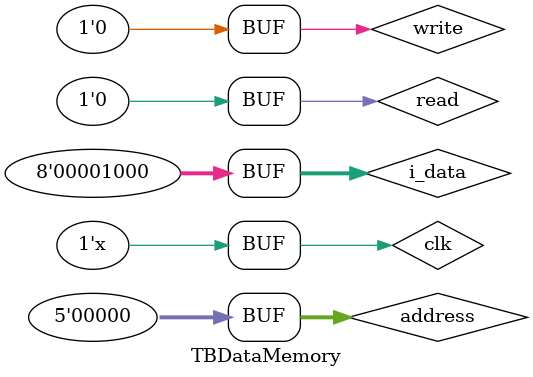
<source format=v>


module TBDataMemory();

    reg clk;
    reg read;
    reg write;
    reg [4:0] address;
    reg [7:0] i_data;
    wire [7:0] o_data;

    initial begin
        clk = 0;
        address = 0;
        read = 0;
        write = 0;

        #2
        i_data = 8;
        write = 1;
        
        #2 write = 0;

        #2 read = 1;
        #2 read = 0;

    end

    always #1 clk = ~clk;

    DataMemory
    #(.ADDRESS_BITS(5),
      .DATA_BITS(8)
      )
    data_mem_u 
    (.clk(clk),
     .read(read),
     .write(write),
     .i_address(address),
     .i_data(i_data),
     .o_data(o_data));

endmodule

</source>
